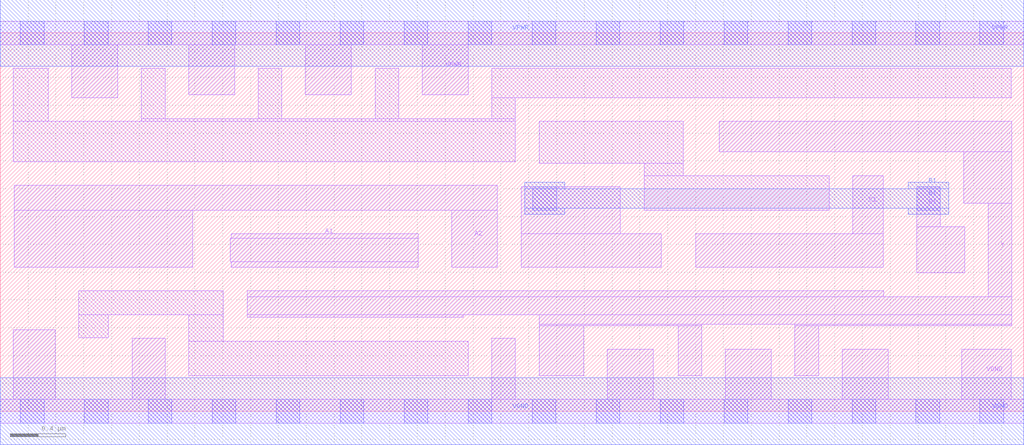
<source format=lef>
# Copyright 2020 The SkyWater PDK Authors
#
# Licensed under the Apache License, Version 2.0 (the "License");
# you may not use this file except in compliance with the License.
# You may obtain a copy of the License at
#
#     https://www.apache.org/licenses/LICENSE-2.0
#
# Unless required by applicable law or agreed to in writing, software
# distributed under the License is distributed on an "AS IS" BASIS,
# WITHOUT WARRANTIES OR CONDITIONS OF ANY KIND, either express or implied.
# See the License for the specific language governing permissions and
# limitations under the License.
#
# SPDX-License-Identifier: Apache-2.0

VERSION 5.7 ;
  NAMESCASESENSITIVE ON ;
  NOWIREEXTENSIONATPIN ON ;
  DIVIDERCHAR "/" ;
  BUSBITCHARS "[]" ;
UNITS
  DATABASE MICRONS 200 ;
END UNITS
MACRO sky130_fd_sc_hd__a211oi_4
  CLASS CORE ;
  SOURCE USER ;
  FOREIGN sky130_fd_sc_hd__a211oi_4 ;
  ORIGIN  0.000000  0.000000 ;
  SIZE  7.360000 BY  2.720000 ;
  SYMMETRY X Y R90 ;
  SITE unithd ;
  PIN A1
    ANTENNAGATEAREA  0.990000 ;
    DIRECTION INPUT ;
    USE SIGNAL ;
    PORT
      LAYER li1 ;
        RECT 1.655000 1.075000 3.005000 1.245000 ;
        RECT 1.660000 1.035000 3.005000 1.075000 ;
        RECT 1.660000 1.245000 3.005000 1.275000 ;
    END
  END A1
  PIN A2
    ANTENNAGATEAREA  0.990000 ;
    DIRECTION INPUT ;
    USE SIGNAL ;
    PORT
      LAYER li1 ;
        RECT 0.100000 1.035000 1.385000 1.445000 ;
        RECT 0.100000 1.445000 3.575000 1.625000 ;
        RECT 3.245000 1.035000 3.575000 1.445000 ;
    END
  END A2
  PIN B1
    ANTENNAGATEAREA  0.990000 ;
    DIRECTION INPUT ;
    USE SIGNAL ;
    PORT
      LAYER li1 ;
        RECT 3.745000 1.035000 4.755000 1.275000 ;
        RECT 3.745000 1.275000 4.460000 1.615000 ;
        RECT 6.590000 0.995000 6.935000 1.325000 ;
        RECT 6.590000 1.325000 6.760000 1.615000 ;
      LAYER mcon ;
        RECT 3.830000 1.445000 4.000000 1.615000 ;
        RECT 6.590000 1.445000 6.760000 1.615000 ;
      LAYER met1 ;
        RECT 3.770000 1.415000 4.060000 1.460000 ;
        RECT 3.770000 1.460000 6.820000 1.600000 ;
        RECT 3.770000 1.600000 4.060000 1.645000 ;
        RECT 6.530000 1.415000 6.820000 1.460000 ;
        RECT 6.530000 1.600000 6.820000 1.645000 ;
    END
  END B1
  PIN C1
    ANTENNAGATEAREA  0.990000 ;
    DIRECTION INPUT ;
    USE SIGNAL ;
    PORT
      LAYER li1 ;
        RECT 5.000000 1.035000 6.350000 1.275000 ;
        RECT 6.130000 1.275000 6.350000 1.695000 ;
    END
  END C1
  PIN Y
    ANTENNADIFFAREA  1.685000 ;
    DIRECTION OUTPUT ;
    USE SIGNAL ;
    PORT
      LAYER li1 ;
        RECT 1.775000 0.675000 3.330000 0.695000 ;
        RECT 1.775000 0.695000 7.275000 0.825000 ;
        RECT 1.775000 0.825000 6.355000 0.865000 ;
        RECT 3.875000 0.255000 4.195000 0.615000 ;
        RECT 3.875000 0.615000 5.045000 0.625000 ;
        RECT 3.875000 0.625000 7.275000 0.695000 ;
        RECT 4.875000 0.255000 5.045000 0.615000 ;
        RECT 5.170000 1.865000 7.275000 2.085000 ;
        RECT 5.715000 0.255000 5.885000 0.615000 ;
        RECT 5.715000 0.615000 7.275000 0.625000 ;
        RECT 6.930000 1.495000 7.275000 1.865000 ;
        RECT 7.105000 0.825000 7.275000 1.495000 ;
    END
  END Y
  PIN VGND
    DIRECTION INOUT ;
    SHAPE ABUTMENT ;
    USE GROUND ;
    PORT
      LAYER li1 ;
        RECT 0.000000 -0.085000 7.360000 0.085000 ;
        RECT 0.095000  0.085000 0.395000 0.585000 ;
        RECT 0.950000  0.085000 1.185000 0.525000 ;
        RECT 3.535000  0.085000 3.705000 0.525000 ;
        RECT 4.365000  0.085000 4.695000 0.445000 ;
        RECT 5.215000  0.085000 5.545000 0.445000 ;
        RECT 6.055000  0.085000 6.385000 0.445000 ;
        RECT 6.915000  0.085000 7.270000 0.445000 ;
      LAYER mcon ;
        RECT 0.145000 -0.085000 0.315000 0.085000 ;
        RECT 0.605000 -0.085000 0.775000 0.085000 ;
        RECT 1.065000 -0.085000 1.235000 0.085000 ;
        RECT 1.525000 -0.085000 1.695000 0.085000 ;
        RECT 1.985000 -0.085000 2.155000 0.085000 ;
        RECT 2.445000 -0.085000 2.615000 0.085000 ;
        RECT 2.905000 -0.085000 3.075000 0.085000 ;
        RECT 3.365000 -0.085000 3.535000 0.085000 ;
        RECT 3.825000 -0.085000 3.995000 0.085000 ;
        RECT 4.285000 -0.085000 4.455000 0.085000 ;
        RECT 4.745000 -0.085000 4.915000 0.085000 ;
        RECT 5.205000 -0.085000 5.375000 0.085000 ;
        RECT 5.665000 -0.085000 5.835000 0.085000 ;
        RECT 6.125000 -0.085000 6.295000 0.085000 ;
        RECT 6.585000 -0.085000 6.755000 0.085000 ;
        RECT 7.045000 -0.085000 7.215000 0.085000 ;
      LAYER met1 ;
        RECT 0.000000 -0.240000 7.360000 0.240000 ;
    END
  END VGND
  PIN VPWR
    DIRECTION INOUT ;
    SHAPE ABUTMENT ;
    USE POWER ;
    PORT
      LAYER li1 ;
        RECT 0.000000 2.635000 7.360000 2.805000 ;
        RECT 0.515000 2.255000 0.845000 2.635000 ;
        RECT 1.355000 2.275000 1.685000 2.635000 ;
        RECT 2.195000 2.275000 2.525000 2.635000 ;
        RECT 3.035000 2.275000 3.365000 2.635000 ;
      LAYER mcon ;
        RECT 0.145000 2.635000 0.315000 2.805000 ;
        RECT 0.605000 2.635000 0.775000 2.805000 ;
        RECT 1.065000 2.635000 1.235000 2.805000 ;
        RECT 1.525000 2.635000 1.695000 2.805000 ;
        RECT 1.985000 2.635000 2.155000 2.805000 ;
        RECT 2.445000 2.635000 2.615000 2.805000 ;
        RECT 2.905000 2.635000 3.075000 2.805000 ;
        RECT 3.365000 2.635000 3.535000 2.805000 ;
        RECT 3.825000 2.635000 3.995000 2.805000 ;
        RECT 4.285000 2.635000 4.455000 2.805000 ;
        RECT 4.745000 2.635000 4.915000 2.805000 ;
        RECT 5.205000 2.635000 5.375000 2.805000 ;
        RECT 5.665000 2.635000 5.835000 2.805000 ;
        RECT 6.125000 2.635000 6.295000 2.805000 ;
        RECT 6.585000 2.635000 6.755000 2.805000 ;
        RECT 7.045000 2.635000 7.215000 2.805000 ;
      LAYER met1 ;
        RECT 0.000000 2.480000 7.360000 2.960000 ;
    END
  END VPWR
  OBS
    LAYER li1 ;
      RECT 0.095000 1.795000 3.705000 2.085000 ;
      RECT 0.095000 2.085000 0.345000 2.465000 ;
      RECT 0.565000 0.530000 0.775000 0.695000 ;
      RECT 0.565000 0.695000 1.605000 0.865000 ;
      RECT 1.015000 2.085000 3.705000 2.105000 ;
      RECT 1.015000 2.105000 1.185000 2.465000 ;
      RECT 1.355000 0.255000 3.365000 0.505000 ;
      RECT 1.355000 0.505000 1.605000 0.695000 ;
      RECT 1.855000 2.105000 2.025000 2.465000 ;
      RECT 2.695000 2.105000 2.865000 2.465000 ;
      RECT 3.535000 2.105000 3.705000 2.255000 ;
      RECT 3.535000 2.255000 7.270000 2.465000 ;
      RECT 3.875000 1.785000 4.910000 2.085000 ;
      RECT 4.630000 1.445000 5.960000 1.695000 ;
      RECT 4.630000 1.695000 4.910000 1.785000 ;
  END
END sky130_fd_sc_hd__a211oi_4
END LIBRARY

</source>
